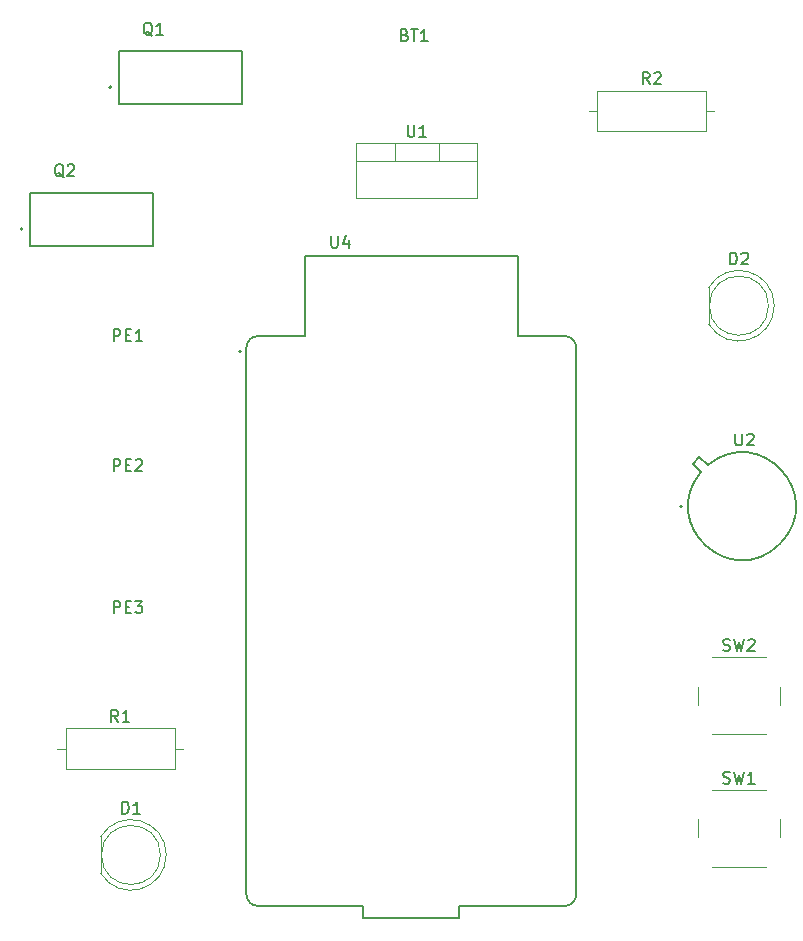
<source format=gbr>
%TF.GenerationSoftware,KiCad,Pcbnew,9.0.0*%
%TF.CreationDate,2025-03-04T06:42:26+08:00*%
%TF.ProjectId,STEC_Design,53544543-5f44-4657-9369-676e2e6b6963,0*%
%TF.SameCoordinates,Original*%
%TF.FileFunction,Legend,Top*%
%TF.FilePolarity,Positive*%
%FSLAX46Y46*%
G04 Gerber Fmt 4.6, Leading zero omitted, Abs format (unit mm)*
G04 Created by KiCad (PCBNEW 9.0.0) date 2025-03-04 06:42:26*
%MOMM*%
%LPD*%
G01*
G04 APERTURE LIST*
%ADD10C,0.150000*%
%ADD11C,0.120000*%
%ADD12C,0.127000*%
%ADD13C,0.200000*%
G04 APERTURE END LIST*
D10*
X173006905Y-79994819D02*
X173006905Y-78994819D01*
X173006905Y-78994819D02*
X173245000Y-78994819D01*
X173245000Y-78994819D02*
X173387857Y-79042438D01*
X173387857Y-79042438D02*
X173483095Y-79137676D01*
X173483095Y-79137676D02*
X173530714Y-79232914D01*
X173530714Y-79232914D02*
X173578333Y-79423390D01*
X173578333Y-79423390D02*
X173578333Y-79566247D01*
X173578333Y-79566247D02*
X173530714Y-79756723D01*
X173530714Y-79756723D02*
X173483095Y-79851961D01*
X173483095Y-79851961D02*
X173387857Y-79947200D01*
X173387857Y-79947200D02*
X173245000Y-79994819D01*
X173245000Y-79994819D02*
X173006905Y-79994819D01*
X173959286Y-79090057D02*
X174006905Y-79042438D01*
X174006905Y-79042438D02*
X174102143Y-78994819D01*
X174102143Y-78994819D02*
X174340238Y-78994819D01*
X174340238Y-78994819D02*
X174435476Y-79042438D01*
X174435476Y-79042438D02*
X174483095Y-79090057D01*
X174483095Y-79090057D02*
X174530714Y-79185295D01*
X174530714Y-79185295D02*
X174530714Y-79280533D01*
X174530714Y-79280533D02*
X174483095Y-79423390D01*
X174483095Y-79423390D02*
X173911667Y-79994819D01*
X173911667Y-79994819D02*
X174530714Y-79994819D01*
X173441195Y-94319819D02*
X173441195Y-95129342D01*
X173441195Y-95129342D02*
X173488814Y-95224580D01*
X173488814Y-95224580D02*
X173536433Y-95272200D01*
X173536433Y-95272200D02*
X173631671Y-95319819D01*
X173631671Y-95319819D02*
X173822147Y-95319819D01*
X173822147Y-95319819D02*
X173917385Y-95272200D01*
X173917385Y-95272200D02*
X173965004Y-95224580D01*
X173965004Y-95224580D02*
X174012623Y-95129342D01*
X174012623Y-95129342D02*
X174012623Y-94319819D01*
X174441195Y-94415057D02*
X174488814Y-94367438D01*
X174488814Y-94367438D02*
X174584052Y-94319819D01*
X174584052Y-94319819D02*
X174822147Y-94319819D01*
X174822147Y-94319819D02*
X174917385Y-94367438D01*
X174917385Y-94367438D02*
X174965004Y-94415057D01*
X174965004Y-94415057D02*
X175012623Y-94510295D01*
X175012623Y-94510295D02*
X175012623Y-94605533D01*
X175012623Y-94605533D02*
X174965004Y-94748390D01*
X174965004Y-94748390D02*
X174393576Y-95319819D01*
X174393576Y-95319819D02*
X175012623Y-95319819D01*
X145698095Y-68184819D02*
X145698095Y-68994342D01*
X145698095Y-68994342D02*
X145745714Y-69089580D01*
X145745714Y-69089580D02*
X145793333Y-69137200D01*
X145793333Y-69137200D02*
X145888571Y-69184819D01*
X145888571Y-69184819D02*
X146079047Y-69184819D01*
X146079047Y-69184819D02*
X146174285Y-69137200D01*
X146174285Y-69137200D02*
X146221904Y-69089580D01*
X146221904Y-69089580D02*
X146269523Y-68994342D01*
X146269523Y-68994342D02*
X146269523Y-68184819D01*
X147269523Y-69184819D02*
X146698095Y-69184819D01*
X146983809Y-69184819D02*
X146983809Y-68184819D01*
X146983809Y-68184819D02*
X146888571Y-68327676D01*
X146888571Y-68327676D02*
X146793333Y-68422914D01*
X146793333Y-68422914D02*
X146698095Y-68470533D01*
X121531905Y-126494819D02*
X121531905Y-125494819D01*
X121531905Y-125494819D02*
X121770000Y-125494819D01*
X121770000Y-125494819D02*
X121912857Y-125542438D01*
X121912857Y-125542438D02*
X122008095Y-125637676D01*
X122008095Y-125637676D02*
X122055714Y-125732914D01*
X122055714Y-125732914D02*
X122103333Y-125923390D01*
X122103333Y-125923390D02*
X122103333Y-126066247D01*
X122103333Y-126066247D02*
X122055714Y-126256723D01*
X122055714Y-126256723D02*
X122008095Y-126351961D01*
X122008095Y-126351961D02*
X121912857Y-126447200D01*
X121912857Y-126447200D02*
X121770000Y-126494819D01*
X121770000Y-126494819D02*
X121531905Y-126494819D01*
X123055714Y-126494819D02*
X122484286Y-126494819D01*
X122770000Y-126494819D02*
X122770000Y-125494819D01*
X122770000Y-125494819D02*
X122674762Y-125637676D01*
X122674762Y-125637676D02*
X122579524Y-125732914D01*
X122579524Y-125732914D02*
X122484286Y-125780533D01*
X121183333Y-118734819D02*
X120850000Y-118258628D01*
X120611905Y-118734819D02*
X120611905Y-117734819D01*
X120611905Y-117734819D02*
X120992857Y-117734819D01*
X120992857Y-117734819D02*
X121088095Y-117782438D01*
X121088095Y-117782438D02*
X121135714Y-117830057D01*
X121135714Y-117830057D02*
X121183333Y-117925295D01*
X121183333Y-117925295D02*
X121183333Y-118068152D01*
X121183333Y-118068152D02*
X121135714Y-118163390D01*
X121135714Y-118163390D02*
X121088095Y-118211009D01*
X121088095Y-118211009D02*
X120992857Y-118258628D01*
X120992857Y-118258628D02*
X120611905Y-118258628D01*
X122135714Y-118734819D02*
X121564286Y-118734819D01*
X121850000Y-118734819D02*
X121850000Y-117734819D01*
X121850000Y-117734819D02*
X121754762Y-117877676D01*
X121754762Y-117877676D02*
X121659524Y-117972914D01*
X121659524Y-117972914D02*
X121564286Y-118020533D01*
X145449927Y-60581009D02*
X145592784Y-60628628D01*
X145592784Y-60628628D02*
X145640403Y-60676247D01*
X145640403Y-60676247D02*
X145688022Y-60771485D01*
X145688022Y-60771485D02*
X145688022Y-60914342D01*
X145688022Y-60914342D02*
X145640403Y-61009580D01*
X145640403Y-61009580D02*
X145592784Y-61057200D01*
X145592784Y-61057200D02*
X145497546Y-61104819D01*
X145497546Y-61104819D02*
X145116594Y-61104819D01*
X145116594Y-61104819D02*
X145116594Y-60104819D01*
X145116594Y-60104819D02*
X145449927Y-60104819D01*
X145449927Y-60104819D02*
X145545165Y-60152438D01*
X145545165Y-60152438D02*
X145592784Y-60200057D01*
X145592784Y-60200057D02*
X145640403Y-60295295D01*
X145640403Y-60295295D02*
X145640403Y-60390533D01*
X145640403Y-60390533D02*
X145592784Y-60485771D01*
X145592784Y-60485771D02*
X145545165Y-60533390D01*
X145545165Y-60533390D02*
X145449927Y-60581009D01*
X145449927Y-60581009D02*
X145116594Y-60581009D01*
X145973737Y-60104819D02*
X146545165Y-60104819D01*
X146259451Y-61104819D02*
X146259451Y-60104819D01*
X147402308Y-61104819D02*
X146830880Y-61104819D01*
X147116594Y-61104819D02*
X147116594Y-60104819D01*
X147116594Y-60104819D02*
X147021356Y-60247676D01*
X147021356Y-60247676D02*
X146926118Y-60342914D01*
X146926118Y-60342914D02*
X146830880Y-60390533D01*
X124082261Y-60632557D02*
X123987023Y-60584938D01*
X123987023Y-60584938D02*
X123891785Y-60489700D01*
X123891785Y-60489700D02*
X123748928Y-60346842D01*
X123748928Y-60346842D02*
X123653690Y-60299223D01*
X123653690Y-60299223D02*
X123558452Y-60299223D01*
X123606071Y-60537319D02*
X123510833Y-60489700D01*
X123510833Y-60489700D02*
X123415595Y-60394461D01*
X123415595Y-60394461D02*
X123367976Y-60203985D01*
X123367976Y-60203985D02*
X123367976Y-59870652D01*
X123367976Y-59870652D02*
X123415595Y-59680176D01*
X123415595Y-59680176D02*
X123510833Y-59584938D01*
X123510833Y-59584938D02*
X123606071Y-59537319D01*
X123606071Y-59537319D02*
X123796547Y-59537319D01*
X123796547Y-59537319D02*
X123891785Y-59584938D01*
X123891785Y-59584938D02*
X123987023Y-59680176D01*
X123987023Y-59680176D02*
X124034642Y-59870652D01*
X124034642Y-59870652D02*
X124034642Y-60203985D01*
X124034642Y-60203985D02*
X123987023Y-60394461D01*
X123987023Y-60394461D02*
X123891785Y-60489700D01*
X123891785Y-60489700D02*
X123796547Y-60537319D01*
X123796547Y-60537319D02*
X123606071Y-60537319D01*
X124987023Y-60537319D02*
X124415595Y-60537319D01*
X124701309Y-60537319D02*
X124701309Y-59537319D01*
X124701309Y-59537319D02*
X124606071Y-59680176D01*
X124606071Y-59680176D02*
X124510833Y-59775414D01*
X124510833Y-59775414D02*
X124415595Y-59823033D01*
X120809524Y-86504819D02*
X120809524Y-85504819D01*
X120809524Y-85504819D02*
X121190476Y-85504819D01*
X121190476Y-85504819D02*
X121285714Y-85552438D01*
X121285714Y-85552438D02*
X121333333Y-85600057D01*
X121333333Y-85600057D02*
X121380952Y-85695295D01*
X121380952Y-85695295D02*
X121380952Y-85838152D01*
X121380952Y-85838152D02*
X121333333Y-85933390D01*
X121333333Y-85933390D02*
X121285714Y-85981009D01*
X121285714Y-85981009D02*
X121190476Y-86028628D01*
X121190476Y-86028628D02*
X120809524Y-86028628D01*
X121809524Y-85981009D02*
X122142857Y-85981009D01*
X122285714Y-86504819D02*
X121809524Y-86504819D01*
X121809524Y-86504819D02*
X121809524Y-85504819D01*
X121809524Y-85504819D02*
X122285714Y-85504819D01*
X123238095Y-86504819D02*
X122666667Y-86504819D01*
X122952381Y-86504819D02*
X122952381Y-85504819D01*
X122952381Y-85504819D02*
X122857143Y-85647676D01*
X122857143Y-85647676D02*
X122761905Y-85742914D01*
X122761905Y-85742914D02*
X122666667Y-85790533D01*
X120809524Y-97504819D02*
X120809524Y-96504819D01*
X120809524Y-96504819D02*
X121190476Y-96504819D01*
X121190476Y-96504819D02*
X121285714Y-96552438D01*
X121285714Y-96552438D02*
X121333333Y-96600057D01*
X121333333Y-96600057D02*
X121380952Y-96695295D01*
X121380952Y-96695295D02*
X121380952Y-96838152D01*
X121380952Y-96838152D02*
X121333333Y-96933390D01*
X121333333Y-96933390D02*
X121285714Y-96981009D01*
X121285714Y-96981009D02*
X121190476Y-97028628D01*
X121190476Y-97028628D02*
X120809524Y-97028628D01*
X121809524Y-96981009D02*
X122142857Y-96981009D01*
X122285714Y-97504819D02*
X121809524Y-97504819D01*
X121809524Y-97504819D02*
X121809524Y-96504819D01*
X121809524Y-96504819D02*
X122285714Y-96504819D01*
X122666667Y-96600057D02*
X122714286Y-96552438D01*
X122714286Y-96552438D02*
X122809524Y-96504819D01*
X122809524Y-96504819D02*
X123047619Y-96504819D01*
X123047619Y-96504819D02*
X123142857Y-96552438D01*
X123142857Y-96552438D02*
X123190476Y-96600057D01*
X123190476Y-96600057D02*
X123238095Y-96695295D01*
X123238095Y-96695295D02*
X123238095Y-96790533D01*
X123238095Y-96790533D02*
X123190476Y-96933390D01*
X123190476Y-96933390D02*
X122619048Y-97504819D01*
X122619048Y-97504819D02*
X123238095Y-97504819D01*
X172416667Y-112672200D02*
X172559524Y-112719819D01*
X172559524Y-112719819D02*
X172797619Y-112719819D01*
X172797619Y-112719819D02*
X172892857Y-112672200D01*
X172892857Y-112672200D02*
X172940476Y-112624580D01*
X172940476Y-112624580D02*
X172988095Y-112529342D01*
X172988095Y-112529342D02*
X172988095Y-112434104D01*
X172988095Y-112434104D02*
X172940476Y-112338866D01*
X172940476Y-112338866D02*
X172892857Y-112291247D01*
X172892857Y-112291247D02*
X172797619Y-112243628D01*
X172797619Y-112243628D02*
X172607143Y-112196009D01*
X172607143Y-112196009D02*
X172511905Y-112148390D01*
X172511905Y-112148390D02*
X172464286Y-112100771D01*
X172464286Y-112100771D02*
X172416667Y-112005533D01*
X172416667Y-112005533D02*
X172416667Y-111910295D01*
X172416667Y-111910295D02*
X172464286Y-111815057D01*
X172464286Y-111815057D02*
X172511905Y-111767438D01*
X172511905Y-111767438D02*
X172607143Y-111719819D01*
X172607143Y-111719819D02*
X172845238Y-111719819D01*
X172845238Y-111719819D02*
X172988095Y-111767438D01*
X173321429Y-111719819D02*
X173559524Y-112719819D01*
X173559524Y-112719819D02*
X173750000Y-112005533D01*
X173750000Y-112005533D02*
X173940476Y-112719819D01*
X173940476Y-112719819D02*
X174178572Y-111719819D01*
X174511905Y-111815057D02*
X174559524Y-111767438D01*
X174559524Y-111767438D02*
X174654762Y-111719819D01*
X174654762Y-111719819D02*
X174892857Y-111719819D01*
X174892857Y-111719819D02*
X174988095Y-111767438D01*
X174988095Y-111767438D02*
X175035714Y-111815057D01*
X175035714Y-111815057D02*
X175083333Y-111910295D01*
X175083333Y-111910295D02*
X175083333Y-112005533D01*
X175083333Y-112005533D02*
X175035714Y-112148390D01*
X175035714Y-112148390D02*
X174464286Y-112719819D01*
X174464286Y-112719819D02*
X175083333Y-112719819D01*
X172416667Y-123907200D02*
X172559524Y-123954819D01*
X172559524Y-123954819D02*
X172797619Y-123954819D01*
X172797619Y-123954819D02*
X172892857Y-123907200D01*
X172892857Y-123907200D02*
X172940476Y-123859580D01*
X172940476Y-123859580D02*
X172988095Y-123764342D01*
X172988095Y-123764342D02*
X172988095Y-123669104D01*
X172988095Y-123669104D02*
X172940476Y-123573866D01*
X172940476Y-123573866D02*
X172892857Y-123526247D01*
X172892857Y-123526247D02*
X172797619Y-123478628D01*
X172797619Y-123478628D02*
X172607143Y-123431009D01*
X172607143Y-123431009D02*
X172511905Y-123383390D01*
X172511905Y-123383390D02*
X172464286Y-123335771D01*
X172464286Y-123335771D02*
X172416667Y-123240533D01*
X172416667Y-123240533D02*
X172416667Y-123145295D01*
X172416667Y-123145295D02*
X172464286Y-123050057D01*
X172464286Y-123050057D02*
X172511905Y-123002438D01*
X172511905Y-123002438D02*
X172607143Y-122954819D01*
X172607143Y-122954819D02*
X172845238Y-122954819D01*
X172845238Y-122954819D02*
X172988095Y-123002438D01*
X173321429Y-122954819D02*
X173559524Y-123954819D01*
X173559524Y-123954819D02*
X173750000Y-123240533D01*
X173750000Y-123240533D02*
X173940476Y-123954819D01*
X173940476Y-123954819D02*
X174178572Y-122954819D01*
X175083333Y-123954819D02*
X174511905Y-123954819D01*
X174797619Y-123954819D02*
X174797619Y-122954819D01*
X174797619Y-122954819D02*
X174702381Y-123097676D01*
X174702381Y-123097676D02*
X174607143Y-123192914D01*
X174607143Y-123192914D02*
X174511905Y-123240533D01*
X116582261Y-72632557D02*
X116487023Y-72584938D01*
X116487023Y-72584938D02*
X116391785Y-72489700D01*
X116391785Y-72489700D02*
X116248928Y-72346842D01*
X116248928Y-72346842D02*
X116153690Y-72299223D01*
X116153690Y-72299223D02*
X116058452Y-72299223D01*
X116106071Y-72537319D02*
X116010833Y-72489700D01*
X116010833Y-72489700D02*
X115915595Y-72394461D01*
X115915595Y-72394461D02*
X115867976Y-72203985D01*
X115867976Y-72203985D02*
X115867976Y-71870652D01*
X115867976Y-71870652D02*
X115915595Y-71680176D01*
X115915595Y-71680176D02*
X116010833Y-71584938D01*
X116010833Y-71584938D02*
X116106071Y-71537319D01*
X116106071Y-71537319D02*
X116296547Y-71537319D01*
X116296547Y-71537319D02*
X116391785Y-71584938D01*
X116391785Y-71584938D02*
X116487023Y-71680176D01*
X116487023Y-71680176D02*
X116534642Y-71870652D01*
X116534642Y-71870652D02*
X116534642Y-72203985D01*
X116534642Y-72203985D02*
X116487023Y-72394461D01*
X116487023Y-72394461D02*
X116391785Y-72489700D01*
X116391785Y-72489700D02*
X116296547Y-72537319D01*
X116296547Y-72537319D02*
X116106071Y-72537319D01*
X116915595Y-71632557D02*
X116963214Y-71584938D01*
X116963214Y-71584938D02*
X117058452Y-71537319D01*
X117058452Y-71537319D02*
X117296547Y-71537319D01*
X117296547Y-71537319D02*
X117391785Y-71584938D01*
X117391785Y-71584938D02*
X117439404Y-71632557D01*
X117439404Y-71632557D02*
X117487023Y-71727795D01*
X117487023Y-71727795D02*
X117487023Y-71823033D01*
X117487023Y-71823033D02*
X117439404Y-71965890D01*
X117439404Y-71965890D02*
X116867976Y-72537319D01*
X116867976Y-72537319D02*
X117487023Y-72537319D01*
X120809524Y-109504819D02*
X120809524Y-108504819D01*
X120809524Y-108504819D02*
X121190476Y-108504819D01*
X121190476Y-108504819D02*
X121285714Y-108552438D01*
X121285714Y-108552438D02*
X121333333Y-108600057D01*
X121333333Y-108600057D02*
X121380952Y-108695295D01*
X121380952Y-108695295D02*
X121380952Y-108838152D01*
X121380952Y-108838152D02*
X121333333Y-108933390D01*
X121333333Y-108933390D02*
X121285714Y-108981009D01*
X121285714Y-108981009D02*
X121190476Y-109028628D01*
X121190476Y-109028628D02*
X120809524Y-109028628D01*
X121809524Y-108981009D02*
X122142857Y-108981009D01*
X122285714Y-109504819D02*
X121809524Y-109504819D01*
X121809524Y-109504819D02*
X121809524Y-108504819D01*
X121809524Y-108504819D02*
X122285714Y-108504819D01*
X122619048Y-108504819D02*
X123238095Y-108504819D01*
X123238095Y-108504819D02*
X122904762Y-108885771D01*
X122904762Y-108885771D02*
X123047619Y-108885771D01*
X123047619Y-108885771D02*
X123142857Y-108933390D01*
X123142857Y-108933390D02*
X123190476Y-108981009D01*
X123190476Y-108981009D02*
X123238095Y-109076247D01*
X123238095Y-109076247D02*
X123238095Y-109314342D01*
X123238095Y-109314342D02*
X123190476Y-109409580D01*
X123190476Y-109409580D02*
X123142857Y-109457200D01*
X123142857Y-109457200D02*
X123047619Y-109504819D01*
X123047619Y-109504819D02*
X122761905Y-109504819D01*
X122761905Y-109504819D02*
X122666667Y-109457200D01*
X122666667Y-109457200D02*
X122619048Y-109409580D01*
X139213737Y-77582319D02*
X139213737Y-78391842D01*
X139213737Y-78391842D02*
X139261356Y-78487080D01*
X139261356Y-78487080D02*
X139308975Y-78534700D01*
X139308975Y-78534700D02*
X139404213Y-78582319D01*
X139404213Y-78582319D02*
X139594689Y-78582319D01*
X139594689Y-78582319D02*
X139689927Y-78534700D01*
X139689927Y-78534700D02*
X139737546Y-78487080D01*
X139737546Y-78487080D02*
X139785165Y-78391842D01*
X139785165Y-78391842D02*
X139785165Y-77582319D01*
X140689927Y-77915652D02*
X140689927Y-78582319D01*
X140451832Y-77534700D02*
X140213737Y-78248985D01*
X140213737Y-78248985D02*
X140832784Y-78248985D01*
X166183333Y-64734819D02*
X165850000Y-64258628D01*
X165611905Y-64734819D02*
X165611905Y-63734819D01*
X165611905Y-63734819D02*
X165992857Y-63734819D01*
X165992857Y-63734819D02*
X166088095Y-63782438D01*
X166088095Y-63782438D02*
X166135714Y-63830057D01*
X166135714Y-63830057D02*
X166183333Y-63925295D01*
X166183333Y-63925295D02*
X166183333Y-64068152D01*
X166183333Y-64068152D02*
X166135714Y-64163390D01*
X166135714Y-64163390D02*
X166088095Y-64211009D01*
X166088095Y-64211009D02*
X165992857Y-64258628D01*
X165992857Y-64258628D02*
X165611905Y-64258628D01*
X166564286Y-63830057D02*
X166611905Y-63782438D01*
X166611905Y-63782438D02*
X166707143Y-63734819D01*
X166707143Y-63734819D02*
X166945238Y-63734819D01*
X166945238Y-63734819D02*
X167040476Y-63782438D01*
X167040476Y-63782438D02*
X167088095Y-63830057D01*
X167088095Y-63830057D02*
X167135714Y-63925295D01*
X167135714Y-63925295D02*
X167135714Y-64020533D01*
X167135714Y-64020533D02*
X167088095Y-64163390D01*
X167088095Y-64163390D02*
X166516667Y-64734819D01*
X166516667Y-64734819D02*
X167135714Y-64734819D01*
D11*
%TO.C,D2*%
X171185000Y-81955000D02*
X171185000Y-85045000D01*
X171185000Y-81955170D02*
G75*
G02*
X176735000Y-83499952I2560000J-1544830D01*
G01*
X176735000Y-83500048D02*
G75*
G02*
X171185000Y-85044830I-2990000J48D01*
G01*
X176245000Y-83500000D02*
G75*
G02*
X171245000Y-83500000I-2500000J0D01*
G01*
X171245000Y-83500000D02*
G75*
G02*
X176245000Y-83500000I2500000J0D01*
G01*
D12*
%TO.C,U2*%
X169826100Y-96864000D02*
X170392100Y-96298000D01*
X170392100Y-96298000D02*
X171099100Y-97005000D01*
X170533100Y-97571000D02*
X169826100Y-96864000D01*
X171099100Y-97005000D02*
G75*
G02*
X170533100Y-97571000I2903656J-3469656D01*
G01*
D13*
X168928100Y-100500000D02*
G75*
G02*
X168728100Y-100500000I-100000J0D01*
G01*
X168728100Y-100500000D02*
G75*
G02*
X168928100Y-100500000I100000J0D01*
G01*
D11*
%TO.C,U1*%
X141340000Y-69730000D02*
X141340000Y-74371000D01*
X141340000Y-69730000D02*
X151580000Y-69730000D01*
X141340000Y-71240000D02*
X151580000Y-71240000D01*
X141340000Y-74371000D02*
X151580000Y-74371000D01*
X144610000Y-69730000D02*
X144610000Y-71240000D01*
X148311000Y-69730000D02*
X148311000Y-71240000D01*
X151580000Y-69730000D02*
X151580000Y-74371000D01*
%TO.C,D1*%
X119710000Y-128455000D02*
X119710000Y-131545000D01*
X119710000Y-128455170D02*
G75*
G02*
X125260000Y-129999952I2560000J-1544830D01*
G01*
X125260000Y-130000048D02*
G75*
G02*
X119710000Y-131544830I-2990000J48D01*
G01*
X124770000Y-130000000D02*
G75*
G02*
X119770000Y-130000000I-2500000J0D01*
G01*
X119770000Y-130000000D02*
G75*
G02*
X124770000Y-130000000I2500000J0D01*
G01*
%TO.C,R1*%
X116040000Y-121000000D02*
X116730000Y-121000000D01*
X116730000Y-119280000D02*
X116730000Y-122720000D01*
X116730000Y-122720000D02*
X125970000Y-122720000D01*
X125970000Y-119280000D02*
X116730000Y-119280000D01*
X125970000Y-122720000D02*
X125970000Y-119280000D01*
X126660000Y-121000000D02*
X125970000Y-121000000D01*
D12*
%TO.C,Q1*%
X121252500Y-61967500D02*
X131667500Y-61967500D01*
X121252500Y-66412500D02*
X121252500Y-61967500D01*
X131667500Y-61967500D02*
X131667500Y-66412500D01*
X131667500Y-66412500D02*
X121252500Y-66412500D01*
D13*
X120602500Y-65000000D02*
G75*
G02*
X120402500Y-65000000I-100000J0D01*
G01*
X120402500Y-65000000D02*
G75*
G02*
X120602500Y-65000000I100000J0D01*
G01*
D11*
%TO.C,SW2*%
X170250000Y-115765000D02*
X170250000Y-117265000D01*
X171500000Y-119765000D02*
X176000000Y-119765000D01*
X176000000Y-113265000D02*
X171500000Y-113265000D01*
X177250000Y-117265000D02*
X177250000Y-115765000D01*
%TO.C,SW1*%
X170250000Y-127000000D02*
X170250000Y-128500000D01*
X171500000Y-131000000D02*
X176000000Y-131000000D01*
X176000000Y-124500000D02*
X171500000Y-124500000D01*
X177250000Y-128500000D02*
X177250000Y-127000000D01*
D12*
%TO.C,Q2*%
X113752500Y-73967500D02*
X124167500Y-73967500D01*
X113752500Y-78412500D02*
X113752500Y-73967500D01*
X124167500Y-73967500D02*
X124167500Y-78412500D01*
X124167500Y-78412500D02*
X113752500Y-78412500D01*
D13*
X113102500Y-77000000D02*
G75*
G02*
X112902500Y-77000000I-100000J0D01*
G01*
X112902500Y-77000000D02*
G75*
G02*
X113102500Y-77000000I100000J0D01*
G01*
D12*
%TO.C,U4*%
X132038142Y-133325000D02*
X132038142Y-87065000D01*
X133038142Y-86065000D02*
X137008142Y-86065000D01*
X133038142Y-134325000D02*
X141958142Y-134325000D01*
X137008142Y-79325000D02*
X155008142Y-79325000D01*
X137008142Y-86065000D02*
X137008142Y-79325000D01*
X141958142Y-134325000D02*
X141958142Y-135325000D01*
X141958142Y-135325000D02*
X150058142Y-135325000D01*
X150058142Y-134325000D02*
X158978142Y-134325000D01*
X150058142Y-135325000D02*
X150058142Y-134325000D01*
X155008142Y-79325000D02*
X155008142Y-86065000D01*
X155008142Y-86065000D02*
X158978142Y-86065000D01*
X159978142Y-133325000D02*
X159978142Y-87065000D01*
X132038142Y-87065000D02*
G75*
G02*
X133038142Y-86065000I999999J1D01*
G01*
X133038142Y-134325000D02*
G75*
G02*
X132038142Y-133325000I-1J999999D01*
G01*
X158978142Y-86065000D02*
G75*
G02*
X159978142Y-87065000I0J-1000000D01*
G01*
X159978142Y-133325000D02*
G75*
G02*
X158978142Y-134325000I-1000000J0D01*
G01*
D13*
X131608142Y-87360000D02*
G75*
G02*
X131408142Y-87360000I-100000J0D01*
G01*
X131408142Y-87360000D02*
G75*
G02*
X131608142Y-87360000I100000J0D01*
G01*
D11*
%TO.C,R2*%
X161040000Y-67000000D02*
X161730000Y-67000000D01*
X161730000Y-65280000D02*
X161730000Y-68720000D01*
X161730000Y-68720000D02*
X170970000Y-68720000D01*
X170970000Y-65280000D02*
X161730000Y-65280000D01*
X170970000Y-68720000D02*
X170970000Y-65280000D01*
X171660000Y-67000000D02*
X170970000Y-67000000D01*
%TD*%
M02*

</source>
